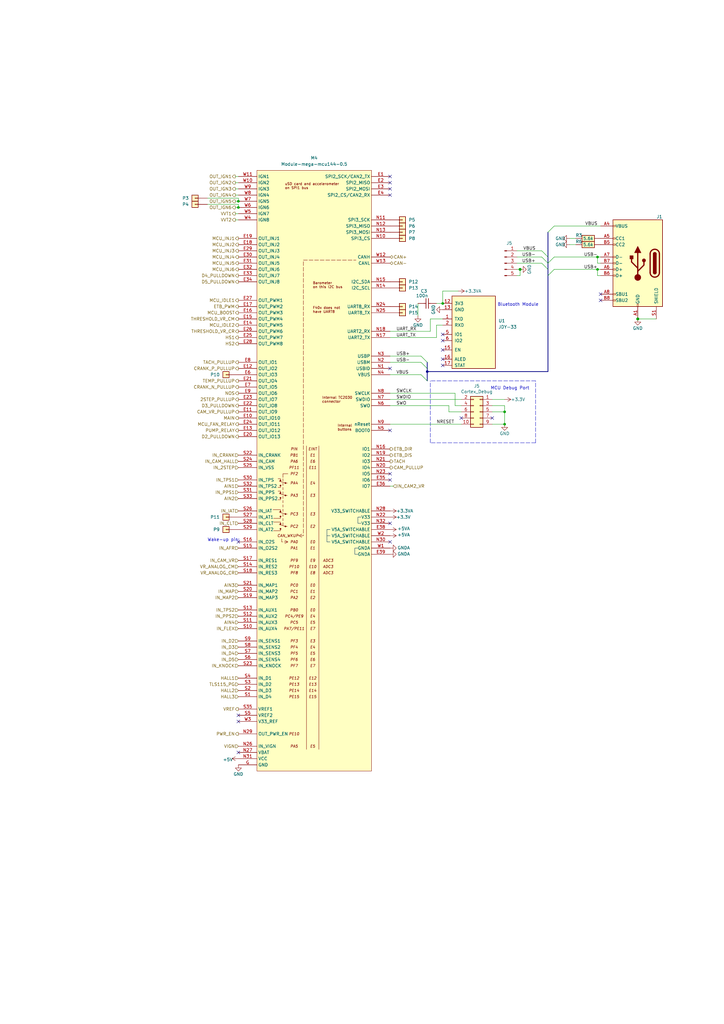
<source format=kicad_sch>
(kicad_sch (version 20230121) (generator eeschema)
  (paper "A3" portrait)
  (lib_symbols
    (symbol "Connector:Conn_01x05_Pin" (pin_names (offset 1.016) hide)
      (property "Reference" "J" (at 0 7.62 0))
      (property "Value" "Conn_01x05_Pin" (at 0 -7.62 0))
      (symbol "Conn_01x05_Pin_1_1"
        (polyline (pts (xy 1.27 -5.08) (xy 0.8636 -5.08)) (stroke (width 0.1524)))
        (polyline (pts (xy 1.27 -2.54) (xy 0.8636 -2.54)) (stroke (width 0.1524)))
        (polyline (pts (xy 1.27 0) (xy 0.8636 0)) (stroke (width 0.1524)))
        (polyline (pts (xy 1.27 2.54) (xy 0.8636 2.54)) (stroke (width 0.1524)))
        (polyline (pts (xy 1.27 5.08) (xy 0.8636 5.08)) (stroke (width 0.1524)))
        (rectangle (start 0.8636 -4.953) (end 0 -5.207) (stroke (width 0.1524)) (fill (type outline)))
        (rectangle (start 0.8636 -2.413) (end 0 -2.667) (stroke (width 0.1524)) (fill (type outline)))
        (rectangle (start 0.8636 0.127) (end 0 -0.127) (stroke (width 0.1524)) (fill (type outline)))
        (rectangle (start 0.8636 2.667) (end 0 2.413) (stroke (width 0.1524)) (fill (type outline)))
        (rectangle (start 0.8636 5.207) (end 0 4.953) (stroke (width 0.1524)) (fill (type outline)))
        (pin passive line (at 5.08 5.08 180) (length 3.81) (name "Pin_1") (number "1"))
        (pin passive line (at 5.08 2.54 180) (length 3.81) (name "Pin_2") (number "2"))
        (pin passive line (at 5.08 0 180) (length 3.81) (name "Pin_3") (number "3"))
        (pin passive line (at 5.08 -2.54 180) (length 3.81) (name "Pin_4") (number "4"))
        (pin passive line (at 5.08 -5.08 180) (length 3.81) (name "Pin_5") (number "5"))
      )
    )
    (symbol "Connector:USB_C_Receptacle_USB2.0" (pin_names (offset 1.016))
      (property "Reference" "J" (at -10.16 19.05 0))
      (property "Value" "USB_C_Receptacle_USB2.0" (at 19.05 19.05 0))
      (symbol "USB_C_Receptacle_USB2.0_0_0"
        (rectangle (start -0.254 -17.78) (end 0.254 -16.764))
        (rectangle (start 10.16 -14.986) (end 9.144 -15.494))
        (rectangle (start 10.16 -12.446) (end 9.144 -12.954))
        (rectangle (start 10.16 -4.826) (end 9.144 -5.334))
        (rectangle (start 10.16 -2.286) (end 9.144 -2.794))
        (rectangle (start 10.16 0.254) (end 9.144 -0.254))
        (rectangle (start 10.16 2.794) (end 9.144 2.286))
        (rectangle (start 10.16 7.874) (end 9.144 7.366))
        (rectangle (start 10.16 10.414) (end 9.144 9.906))
        (rectangle (start 10.16 15.494) (end 9.144 14.986))
      )
      (symbol "USB_C_Receptacle_USB2.0_0_1"
        (rectangle (start -10.16 17.78) (end 10.16 -17.78) (stroke (width 0.254)) (fill (type background)))
        (arc (start -8.89 -3.81) (mid -6.985 -5.7067) (end -5.08 -3.81) (stroke (width 0.508)))
        (arc (start -7.62 -3.81) (mid -6.985 -4.4423) (end -6.35 -3.81) (stroke (width 0.254)))
        (arc (start -7.62 -3.81) (mid -6.985 -4.4423) (end -6.35 -3.81) (stroke (width 0.254)) (fill (type outline)))
        (rectangle (start -7.62 -3.81) (end -6.35 3.81) (stroke (width 0.254)) (fill (type outline)))
        (arc (start -6.35 3.81) (mid -6.985 4.4423) (end -7.62 3.81) (stroke (width 0.254)))
        (arc (start -6.35 3.81) (mid -6.985 4.4423) (end -7.62 3.81) (stroke (width 0.254)) (fill (type outline)))
        (arc (start -5.08 3.81) (mid -6.985 5.7067) (end -8.89 3.81) (stroke (width 0.508)))
        (circle (center -2.54 1.143) (radius 0.635) (stroke (width 0.254)) (fill (type outline)))
        (circle (center 0 -5.842) (radius 1.27) (fill (type outline)))
        (polyline (pts (xy -8.89 -3.81) (xy -8.89 3.81)) (stroke (width 0.508)))
        (polyline (pts (xy -5.08 3.81) (xy -5.08 -3.81)) (stroke (width 0.508)))
        (polyline (pts (xy 0 -5.842) (xy 0 4.318)) (stroke (width 0.508)))
        (polyline (pts (xy 0 -3.302) (xy -2.54 -0.762) (xy -2.54 0.508)) (stroke (width 0.508)))
        (polyline (pts (xy 0 -2.032) (xy 2.54 0.508) (xy 2.54 1.778)) (stroke (width 0.508)))
        (polyline (pts (xy -1.27 4.318) (xy 0 6.858) (xy 1.27 4.318) (xy -1.27 4.318)) (stroke (width 0.254)) (fill (type outline)))
        (rectangle (start 1.905 1.778) (end 3.175 3.048) (stroke (width 0.254)) (fill (type outline)))
      )
      (symbol "USB_C_Receptacle_USB2.0_1_1"
        (pin passive line (at 0 -22.86 90) (length 5.08) (name "GND") (number "A1"))
        (pin passive line (at 0 -22.86 90) (length 5.08) hide (name "GND") (number "A12"))
        (pin passive line (at 15.24 15.24 180) (length 5.08) (name "VBUS") (number "A4"))
        (pin bidirectional line (at 15.24 10.16 180) (length 5.08) (name "CC1") (number "A5"))
        (pin bidirectional line (at 15.24 -2.54 180) (length 5.08) (name "D+") (number "A6"))
        (pin bidirectional line (at 15.24 2.54 180) (length 5.08) (name "D-") (number "A7"))
        (pin bidirectional line (at 15.24 -12.7 180) (length 5.08) (name "SBU1") (number "A8"))
        (pin passive line (at 15.24 15.24 180) (length 5.08) hide (name "VBUS") (number "A9"))
        (pin passive line (at 0 -22.86 90) (length 5.08) hide (name "GND") (number "B1"))
        (pin passive line (at 0 -22.86 90) (length 5.08) hide (name "GND") (number "B12"))
        (pin passive line (at 15.24 15.24 180) (length 5.08) hide (name "VBUS") (number "B4"))
        (pin bidirectional line (at 15.24 7.62 180) (length 5.08) (name "CC2") (number "B5"))
        (pin bidirectional line (at 15.24 -5.08 180) (length 5.08) (name "D+") (number "B6"))
        (pin bidirectional line (at 15.24 0 180) (length 5.08) (name "D-") (number "B7"))
        (pin bidirectional line (at 15.24 -15.24 180) (length 5.08) (name "SBU2") (number "B8"))
        (pin passive line (at 15.24 15.24 180) (length 5.08) hide (name "VBUS") (number "B9"))
        (pin passive line (at -7.62 -22.86 90) (length 5.08) (name "SHIELD") (number "S1"))
      )
    )
    (symbol "Connector_Generic:Conn_02x05_Odd_Even" (pin_names (offset 1.016) hide)
      (property "Reference" "J" (at 1.27 7.62 0))
      (property "Value" "Conn_02x05_Odd_Even" (at 1.27 -7.62 0))
      (symbol "Conn_02x05_Odd_Even_1_1"
        (rectangle (start -1.27 -4.953) (end 0 -5.207) (stroke (width 0.1524)))
        (rectangle (start -1.27 -2.413) (end 0 -2.667) (stroke (width 0.1524)))
        (rectangle (start -1.27 0.127) (end 0 -0.127) (stroke (width 0.1524)))
        (rectangle (start -1.27 2.667) (end 0 2.413) (stroke (width 0.1524)))
        (rectangle (start -1.27 5.207) (end 0 4.953) (stroke (width 0.1524)))
        (rectangle (start -1.27 6.35) (end 3.81 -6.35) (stroke (width 0.254)) (fill (type background)))
        (rectangle (start 3.81 -4.953) (end 2.54 -5.207) (stroke (width 0.1524)))
        (rectangle (start 3.81 -2.413) (end 2.54 -2.667) (stroke (width 0.1524)))
        (rectangle (start 3.81 0.127) (end 2.54 -0.127) (stroke (width 0.1524)))
        (rectangle (start 3.81 2.667) (end 2.54 2.413) (stroke (width 0.1524)))
        (rectangle (start 3.81 5.207) (end 2.54 4.953) (stroke (width 0.1524)))
        (pin passive line (at -5.08 5.08 0) (length 3.81) (name "Pin_1") (number "1"))
        (pin passive line (at 7.62 -5.08 180) (length 3.81) (name "Pin_10") (number "10"))
        (pin passive line (at 7.62 5.08 180) (length 3.81) (name "Pin_2") (number "2"))
        (pin passive line (at -5.08 2.54 0) (length 3.81) (name "Pin_3") (number "3"))
        (pin passive line (at 7.62 2.54 180) (length 3.81) (name "Pin_4") (number "4"))
        (pin passive line (at -5.08 0 0) (length 3.81) (name "Pin_5") (number "5"))
        (pin passive line (at 7.62 0 180) (length 3.81) (name "Pin_6") (number "6"))
        (pin passive line (at -5.08 -2.54 0) (length 3.81) (name "Pin_7") (number "7"))
        (pin passive line (at 7.62 -2.54 180) (length 3.81) (name "Pin_8") (number "8"))
        (pin passive line (at -5.08 -5.08 0) (length 3.81) (name "Pin_9") (number "9"))
      )
    )
    (symbol "JDY-33:JDY-33" (pin_names (offset 1.016))
      (property "Reference" "U18" (at 19.05 1.7781 0))
      (property "Value" "JDY-33" (at 19.05 -0.7619 0))
      (symbol "JDY-33_0_1"
        (rectangle (start 0 11.938) (end 17.78 -17.78) (stroke (width 0.254)) (fill (type background)))
      )
      (symbol "JDY-33_1_1"
        (pin output line (at -3.81 2.54 0) (length 3.81) (name "TXD") (number "1"))
        (pin power_in line (at -3.81 8.89 0) (length 3.81) (name "3V3") (number "12"))
        (pin power_in line (at -3.81 6.35 0) (length 3.81) (name "GND") (number "13"))
        (pin output line (at -3.81 -10.16 0) (length 3.81) (name "EN") (number "15"))
        (pin output line (at -3.81 -13.97 0) (length 3.81) (name "ALED") (number "16"))
        (pin output line (at -3.81 -16.51 0) (length 3.81) (name "STAT") (number "17"))
        (pin input line (at -3.81 0 0) (length 3.81) (name "RXD") (number "2"))
        (pin passive line (at -3.81 -3.81 0) (length 3.81) (name "IO1") (number "5"))
        (pin passive line (at -3.81 -6.35 0) (length 3.81) (name "IO2") (number "6"))
      )
    )
    (symbol "hellen-one-common:Cap" (pin_numbers hide)
      (property "Reference" "C" (at -3.81 2.54 0))
      (property "Value" "Cap" (at -2.54 -1.27 0))
      (symbol "Cap_1_0"
        (polyline (pts (xy -1.27 0) (xy -0.508 0)) (stroke (width 0.254)))
        (polyline (pts (xy -0.508 -2.032) (xy -0.508 2.032)) (stroke (width 0.254)))
        (polyline (pts (xy 0.508 2.032) (xy 0.508 -2.032)) (stroke (width 0.254)))
        (polyline (pts (xy 1.27 0) (xy 0.508 0)) (stroke (width 0.254)))
        (pin passive line (at -3.81 0 0) (length 2.54) (name "") (number "1"))
        (pin passive line (at 3.81 0 180) (length 2.54) (name "") (number "2"))
      )
    )
    (symbol "hellen-one-common:Pad" (pin_numbers hide) (pin_names (offset 1.016) hide)
      (property "Reference" "P" (at 2.54 0 0))
      (symbol "Pad_1_1"
        (rectangle (start -1.27 0.127) (end 0 -0.127) (stroke (width 0.1524)))
        (rectangle (start -1.27 1.27) (end 1.27 -1.27) (stroke (width 0.254)) (fill (type background)))
        (pin passive line (at -5.08 0 0) (length 3.81) (name "Pin_1") (number "1"))
      )
    )
    (symbol "hellen-one-common:Res" (pin_numbers hide)
      (property "Reference" "R" (at 3.81 2.54 0))
      (property "Value" "Res" (at 5.08 -2.54 0))
      (symbol "Res_1_0"
        (rectangle (start 2.54 -1.27) (end 7.62 1.27) (stroke (width 0.254)) (fill (type background)))
        (pin passive line (at 0 0 0) (length 2.54) (name "") (number "1"))
        (pin passive line (at 10.16 0 180) (length 2.54) (name "") (number "2"))
      )
    )
    (symbol "hellen-one-mega-mcu144-0.5:Module-mega-mcu144-0.5"
      (property "Reference" "M1000" (at 7.62 2.54 0))
      (property "Value" "Module-mega-mcu144-0.5" (at 7.62 -246.38 0))
      (symbol "Module-mega-mcu144-0.5_0_1"
        (polyline (pts (xy 16.764 -142.748) (xy 19.304 -143.51)))
        (polyline (pts (xy 16.764 -137.668) (xy 19.304 -138.43)))
        (polyline (pts (xy 16.764 -130.048) (xy 19.304 -130.81)))
        (polyline (pts (xy 16.764 -124.968) (xy 19.304 -125.73)))
        (polyline (pts (xy 18.288 -143.002) (xy 18.288 -141.986)))
        (polyline (pts (xy 18.288 -141.224) (xy 18.288 -140.208)))
        (polyline (pts (xy 18.288 -139.446) (xy 18.288 -138.43)))
        (polyline (pts (xy 18.288 -137.414) (xy 18.288 -136.398)))
        (polyline (pts (xy 18.288 -135.636) (xy 18.288 -134.62)))
        (polyline (pts (xy 18.288 -133.858) (xy 18.288 -132.842)))
        (polyline (pts (xy 18.288 -132.08) (xy 18.288 -131.064)))
        (polyline (pts (xy 18.288 -130.302) (xy 18.288 -129.286)))
        (polyline (pts (xy 18.288 -128.524) (xy 18.288 -127.508)))
        (polyline (pts (xy 18.288 -126.746) (xy 18.288 -125.73)))
        (polyline (pts (xy 18.288 -124.968) (xy 18.288 -123.952)))
        (polyline (pts (xy 18.288 -123.444) (xy 18.288 -121.92)))
        (polyline (pts (xy 18.288 -121.92) (xy 20.32 -121.92)))
        (polyline (pts (xy 19.304 -143.51) (xy 20.066 -143.51)))
        (polyline (pts (xy 19.304 -138.43) (xy 20.066 -138.43)))
        (polyline (pts (xy 19.304 -130.81) (xy 20.066 -130.81)))
        (polyline (pts (xy 19.304 -125.73) (xy 20.066 -125.73)))
        (polyline (pts (xy 17.272 -144.526) (xy 17.272 -145.288) (xy 14.478 -145.288)))
        (polyline (pts (xy 17.272 -142.494) (xy 17.272 -141.732) (xy 14.478 -141.732)))
        (polyline (pts (xy 17.272 -139.446) (xy 17.272 -140.208) (xy 14.478 -140.208)))
        (polyline (pts (xy 17.272 -137.414) (xy 17.272 -136.652) (xy 14.224 -136.652)))
        (polyline (pts (xy 17.272 -131.826) (xy 17.272 -132.588) (xy 16.256 -132.588)))
        (polyline (pts (xy 17.272 -129.794) (xy 17.272 -129.032) (xy 16.256 -129.032)))
        (polyline (pts (xy 17.272 -126.746) (xy 17.272 -127.508) (xy 16.256 -127.508)))
        (polyline (pts (xy 17.272 -124.714) (xy 17.272 -123.952) (xy 16.256 -123.952)))
        (circle (center 17.272 -144.526) (radius 0.254) (fill (type outline)))
        (circle (center 17.272 -142.494) (radius 0.254) (fill (type outline)))
        (circle (center 17.272 -139.446) (radius 0.254) (fill (type outline)))
        (circle (center 17.272 -137.414) (radius 0.254) (fill (type outline)))
        (circle (center 17.272 -131.826) (radius 0.254) (fill (type outline)))
        (circle (center 17.272 -129.794) (radius 0.254) (fill (type outline)))
        (circle (center 17.272 -126.746) (radius 0.254) (fill (type outline)))
        (circle (center 17.272 -124.714) (radius 0.254) (fill (type outline)))
        (circle (center 19.304 -143.51) (radius 0.254) (fill (type outline)))
        (circle (center 19.304 -138.43) (radius 0.254) (fill (type outline)))
        (circle (center 19.304 -130.81) (radius 0.254) (fill (type outline)))
        (circle (center 19.304 -125.73) (radius 0.254) (fill (type outline)))
      )
      (symbol "Module-mega-mcu144-0.5_1_0"
        (polyline (pts (xy 20.32 -149.86) (xy 19.05 -150.495)))
        (polyline (pts (xy 20.32 -149.86) (xy 19.05 -149.225)))
        (polyline (pts (xy 24.765 -147.32) (xy 26.035 -147.955)))
        (polyline (pts (xy 24.765 -147.32) (xy 26.035 -146.685)))
        (polyline (pts (xy 27.94 -110.49) (xy 27.94 -234.95)))
        (polyline (pts (xy 33.02 -110.49) (xy 33.02 -234.95)))
        (polyline (pts (xy 17.78 -148.59) (xy 17.78 -149.86) (xy 20.32 -149.86)) (stroke (width 0) (type dash)))
        (polyline (pts (xy 36.322 -147.32) (xy 37.592 -147.32) (xy 37.592 -147.32) (xy 37.592 -147.32)) (stroke (width 0) (color 7 55 99 1)))
        (polyline (pts (xy 37.592 -144.78) (xy 36.322 -144.78) (xy 36.322 -149.86) (xy 37.592 -149.86)) (stroke (width 0) (color 7 55 99 1)))
        (polyline (pts (xy 49.022 -152.4) (xy 47.752 -152.4) (xy 47.752 -154.94) (xy 49.022 -154.94)) (stroke (width 0) (color 7 55 99 1)))
        (polyline (pts (xy 50.292 -139.7) (xy 49.022 -139.7) (xy 49.022 -142.24) (xy 50.292 -142.24)) (stroke (width 0) (color 7 55 99 1)))
        (polyline (pts (xy 25.4 -147.32) (xy 26.67 -147.32) (xy 26.67 -124.46) (xy 26.67 -34.29) (xy 48.26 -34.29)) (stroke (width 0) (type dash)))
        (rectangle (start 7.62 2.54) (end 54.61 -243.84) (fill (type background)))
        (text "ADC3" (at 36.83 -162.56 0) (effects (font (size 1.1 1.1) italic)))
        (text "ADC3" (at 36.83 -160.02 0) (effects (font (size 1.1 1.1) italic)))
        (text "ADC3" (at 36.83 -157.48 0) (effects (font (size 1.1 1.1) italic)))
        (text "Barometer\non this I2C bus" (at 30.48 -44.45 0) (effects (font (size 1.016 1.016)) (justify left)))
        (text "CAN_WKUP" (at 20.32 -147.32 0) (effects (font (size 1.1 1.1) italic)))
        (text "E0" (at 30.48 -177.8 0) (effects (font (size 1.1 1.1) italic)))
        (text "E0" (at 30.48 -167.64 0) (effects (font (size 1.1 1.1) italic)))
        (text "E0" (at 30.48 -149.86 0) (effects (font (size 1.1 1.1) italic)))
        (text "E1" (at 30.48 -170.18 0) (effects (font (size 1.1 1.1) italic)))
        (text "E1" (at 30.48 -152.4 0) (effects (font (size 1.1 1.1) italic)))
        (text "E1" (at 30.48 -114.3 0) (effects (font (size 1.1 1.1) italic)))
        (text "E10" (at 30.48 -160.02 0) (effects (font (size 1.1 1.1) italic)))
        (text "E11" (at 30.48 -119.38 0) (effects (font (size 1.1 1.1) italic)))
        (text "E12" (at 30.48 -205.74 0) (effects (font (size 1.1 1.1) italic)))
        (text "E13" (at 30.48 -208.28 0) (effects (font (size 1.1 1.1) italic)))
        (text "E14" (at 30.48 -210.82 0) (effects (font (size 1.1 1.1) italic)))
        (text "E15" (at 30.48 -213.36 0) (effects (font (size 1.1 1.1) italic)))
        (text "E2" (at 30.48 -172.72 0) (effects (font (size 1.1 1.1) italic)))
        (text "E2" (at 30.48 -143.51 0) (effects (font (size 1.1 1.1) italic)))
        (text "E3" (at 30.48 -190.5 0) (effects (font (size 1.1 1.1) italic)))
        (text "E3" (at 30.48 -138.43 0) (effects (font (size 1.1 1.1) italic)))
        (text "E3" (at 30.48 -130.81 0) (effects (font (size 1.1 1.1) italic)))
        (text "E4" (at 30.48 -193.04 0) (effects (font (size 1.1 1.1) italic)))
        (text "E4" (at 30.48 -180.34 0) (effects (font (size 1.1 1.1) italic)))
        (text "E4" (at 30.48 -125.73 0) (effects (font (size 1.1 1.1) italic)))
        (text "E5" (at 30.48 -233.68 0) (effects (font (size 1.1 1.1) italic)))
        (text "E5" (at 30.48 -195.58 0) (effects (font (size 1.1 1.1) italic)))
        (text "E5" (at 30.48 -182.88 0) (effects (font (size 1.1 1.1) italic)))
        (text "E6" (at 30.48 -198.12 0) (effects (font (size 1.1 1.1) italic)))
        (text "E6" (at 30.48 -116.84 0) (effects (font (size 1.1 1.1) italic)))
        (text "E7" (at 30.48 -200.66 0) (effects (font (size 1.1 1.1) italic)))
        (text "E7" (at 30.48 -185.42 0) (effects (font (size 1.1 1.1) italic)))
        (text "E8" (at 30.48 -162.56 0) (effects (font (size 1.1 1.1) italic)))
        (text "E9" (at 30.48 -157.48 0) (effects (font (size 1.1 1.1) italic)))
        (text "EINT" (at 30.48 -111.76 0) (effects (font (size 1.1 1.1) italic)))
        (text "F40x does not\nhave UART8" (at 30.48 -54.61 0) (effects (font (size 1.016 1.016)) (justify left)))
        (text "Internal\nbuttons" (at 40.64 -102.87 0) (effects (font (size 1.016 1.016)) (justify left)))
        (text "Internal TC2030\nconnector" (at 34.29 -91.44 0) (effects (font (size 1.016 1.016)) (justify left)))
        (text "PA0" (at 22.86 -149.86 0) (effects (font (size 1.1 1.1) italic)))
        (text "PA1" (at 22.86 -152.4 0) (effects (font (size 1.1 1.1) italic)))
        (text "PA2" (at 22.86 -172.72 0) (effects (font (size 1.1 1.1) italic)))
        (text "PA3" (at 22.86 -130.81 0) (effects (font (size 1.1 1.1) italic)))
        (text "PA4" (at 22.86 -125.73 0) (effects (font (size 1.1 1.1) italic)))
        (text "PA5" (at 22.86 -233.68 0) (effects (font (size 1.1 1.1) italic)))
        (text "PA6" (at 22.86 -116.84 0) (effects (font (size 1.1 1.1) italic)))
        (text "PA7/PE11" (at 22.86 -185.42 0) (effects (font (size 1.1 1.1) italic)))
        (text "PB0" (at 22.86 -177.8 0) (effects (font (size 1.1 1.1) italic)))
        (text "PB1" (at 22.86 -114.3 0) (effects (font (size 1.1 1.1) italic)))
        (text "PC0" (at 22.86 -167.64 0) (effects (font (size 1.1 1.1) italic)))
        (text "PC1" (at 22.86 -170.18 0) (effects (font (size 1.1 1.1) italic)))
        (text "PC2" (at 22.86 -143.51 0) (effects (font (size 1.1 1.1) italic)))
        (text "PC3" (at 22.86 -138.43 0) (effects (font (size 1.1 1.1) italic)))
        (text "PC4/PE9" (at 22.86 -180.34 0) (effects (font (size 1.1 1.1) italic)))
        (text "PC5" (at 22.86 -182.88 0) (effects (font (size 1.1 1.1) italic)))
        (text "PE10" (at 22.86 -228.6 0) (effects (font (size 1.1 1.1) italic)))
        (text "PE12" (at 22.86 -205.74 0) (effects (font (size 1.1 1.1) italic)))
        (text "PE13" (at 22.86 -208.28 0) (effects (font (size 1.1 1.1) italic)))
        (text "PE14" (at 22.86 -210.82 0) (effects (font (size 1.1 1.1) italic)))
        (text "PE15" (at 22.86 -213.36 0) (effects (font (size 1.1 1.1) italic)))
        (text "PF10" (at 22.86 -160.02 0) (effects (font (size 1.1 1.1) italic)))
        (text "PF11" (at 22.86 -119.38 0) (effects (font (size 1.1 1.1) italic)))
        (text "PF2" (at 22.86 -121.92 0) (effects (font (size 1.1 1.1) italic)))
        (text "PF3" (at 22.86 -190.5 0) (effects (font (size 1.1 1.1) italic)))
        (text "PF4" (at 22.86 -193.04 0) (effects (font (size 1.1 1.1) italic)))
        (text "PF5" (at 22.86 -195.58 0) (effects (font (size 1.1 1.1) italic)))
        (text "PF6" (at 22.86 -198.12 0) (effects (font (size 1.1 1.1) italic)))
        (text "PF7" (at 22.86 -200.66 0) (effects (font (size 1.1 1.1) italic)))
        (text "PF8" (at 22.86 -162.56 0) (effects (font (size 1.1 1.1) italic)))
        (text "PF9" (at 22.86 -157.48 0) (effects (font (size 1.1 1.1) italic)))
        (text "PIN" (at 22.86 -111.76 0) (effects (font (size 1.1 1.1) italic)))
        (text "uSD card and accelerometer \non SPI1 bus" (at 19.05 -3.81 0) (effects (font (size 1.016 1.016)) (justify left)))
        (pin passive line (at 62.23 0 180) (length 7.62) (name "SPI2_SCK/CAN2_TX") (number "E1"))
        (pin passive line (at 0 -99.06 0) (length 7.62) (name "OUT_IO10") (number "E10"))
        (pin passive line (at 0 -96.52 0) (length 7.62) (name "OUT_IO9") (number "E11"))
        (pin passive line (at 0 -78.74 0) (length 7.62) (name "OUT_IO2") (number "E12"))
        (pin passive line (at 0 -104.14 0) (length 7.62) (name "OUT_IO12") (number "E13"))
        (pin passive line (at 0 -60.96 0) (length 7.62) (name "OUT_PWM5") (number "E14"))
        (pin passive line (at 0 -58.42 0) (length 7.62) (name "OUT_PWM4") (number "E15"))
        (pin passive line (at 0 -55.88 0) (length 7.62) (name "OUT_PWM3") (number "E16"))
        (pin passive line (at 0 -53.34 0) (length 7.62) (name "OUT_PWM2") (number "E17"))
        (pin passive line (at 0 -27.94 0) (length 7.62) (name "OUT_INJ2") (number "E18"))
        (pin passive line (at 0 -25.4 0) (length 7.62) (name "OUT_INJ1") (number "E19"))
        (pin passive line (at 62.23 -2.54 180) (length 7.62) (name "SPI2_MISO") (number "E2"))
        (pin passive line (at 0 -106.68 0) (length 7.62) (name "OUT_IO13") (number "E20"))
        (pin passive line (at 0 -83.82 0) (length 7.62) (name "OUT_IO4") (number "E21"))
        (pin passive line (at 0 -93.98 0) (length 7.62) (name "OUT_IO8") (number "E22"))
        (pin passive line (at 0 -91.44 0) (length 7.62) (name "OUT_IO7") (number "E23"))
        (pin passive line (at 0 -101.6 0) (length 7.62) (name "OUT_IO11") (number "E24"))
        (pin passive line (at 0 -66.04 0) (length 7.62) (name "OUT_PWM7") (number "E25"))
        (pin passive line (at 0 -63.5 0) (length 7.62) (name "OUT_PWM6") (number "E26"))
        (pin passive line (at 0 -50.8 0) (length 7.62) (name "OUT_PWM1") (number "E27"))
        (pin passive line (at 0 -68.58 0) (length 7.62) (name "OUT_PWM8") (number "E28"))
        (pin passive line (at 0 -30.48 0) (length 7.62) (name "OUT_INJ3") (number "E29"))
        (pin passive line (at 62.23 -5.08 180) (length 7.62) (name "SPI2_MOSI") (number "E3"))
        (pin passive line (at 0 -33.02 0) (length 7.62) (name "OUT_INJ4") (number "E30"))
        (pin passive line (at 0 -35.56 0) (length 7.62) (name "OUT_INJ5") (number "E31"))
        (pin passive line (at 0 -38.1 0) (length 7.62) (name "OUT_INJ6") (number "E32"))
        (pin passive line (at 0 -40.64 0) (length 7.62) (name "OUT_INJ7") (number "E33"))
        (pin passive line (at 0 -43.18 0) (length 7.62) (name "OUT_INJ8") (number "E34"))
        (pin passive line (at 62.23 -124.46 180) (length 7.62) (name "IO6") (number "E35"))
        (pin passive line (at 62.23 -127 180) (length 7.62) (name "IO7") (number "E36"))
        (pin passive line (at 62.23 -144.78 180) (length 7.62) (name "V5A_SWITCHABLE") (number "E38"))
        (pin passive line (at 62.23 -154.94 180) (length 7.62) (name "GNDA") (number "E39"))
        (pin passive line (at 62.23 -7.62 180) (length 7.62) (name "SPI2_CS/CAN2_RX") (number "E4"))
        (pin passive line (at 0 -81.28 0) (length 7.62) (name "OUT_IO3") (number "E6"))
        (pin passive line (at 0 -86.36 0) (length 7.62) (name "OUT_IO5") (number "E7"))
        (pin passive line (at 0 -76.2 0) (length 7.62) (name "OUT_IO1") (number "E8"))
        (pin passive line (at 0 -88.9 0) (length 7.62) (name "OUT_IO6") (number "E9"))
        (pin passive line (at 0 -241.3 0) (length 7.62) (name "GND") (number "G"))
        (pin passive line (at 62.23 -78.74 180) (length 7.62) (name "USBID") (number "N1"))
        (pin passive line (at 62.23 -25.4 180) (length 7.62) (name "SPI3_CS") (number "N10"))
        (pin passive line (at 62.23 -17.78 180) (length 7.62) (name "SPI3_SCK") (number "N11"))
        (pin passive line (at 62.23 -20.32 180) (length 7.62) (name "SPI3_MISO") (number "N12"))
        (pin passive line (at 62.23 -22.86 180) (length 7.62) (name "SPI3_MOSI") (number "N13"))
        (pin passive line (at 62.23 -45.72 180) (length 7.62) (name "I2C_SCL") (number "N14"))
        (pin passive line (at 62.23 -43.18 180) (length 7.62) (name "I2C_SDA") (number "N15"))
        (pin passive line (at 62.23 -111.76 180) (length 7.62) (name "IO1") (number "N16"))
        (pin passive line (at 62.23 -66.04 180) (length 7.62) (name "UART2_TX") (number "N17"))
        (pin passive line (at 62.23 -63.5 180) (length 7.62) (name "UART2_RX") (number "N18"))
        (pin passive line (at 62.23 -114.3 180) (length 7.62) (name "IO2") (number "N19"))
        (pin passive line (at 62.23 -76.2 180) (length 7.62) (name "USBM") (number "N2"))
        (pin passive line (at 62.23 -119.38 180) (length 7.62) (name "IO4") (number "N20"))
        (pin passive line (at 62.23 -116.84 180) (length 7.62) (name "IO3") (number "N21"))
        (pin passive line (at 62.23 -139.7 180) (length 7.62) (name "V33") (number "N22"))
        (pin passive line (at 62.23 -121.92 180) (length 7.62) (name "IO5") (number "N23"))
        (pin passive line (at 62.23 -53.34 180) (length 7.62) (name "UART8_RX") (number "N24"))
        (pin passive line (at 62.23 -55.88 180) (length 7.62) (name "UART8_TX") (number "N25"))
        (pin passive line (at 0 -233.68 0) (length 7.62) (name "IN_VIGN") (number "N26"))
        (pin passive line (at 0 -236.22 0) (length 7.62) (name "VBAT") (number "N27"))
        (pin passive line (at 62.23 -137.16 180) (length 7.62) (name "V33_SWITCHABLE") (number "N28"))
        (pin passive line (at 0 -228.6 0) (length 7.62) (name "OUT_PWR_EN") (number "N29"))
        (pin passive line (at 62.23 -73.66 180) (length 7.62) (name "USBP") (number "N3"))
        (pin passive line (at 62.23 -149.86 180) (length 7.62) (name "V5A_SWITCHABLE") (number "N30"))
        (pin passive line (at 0 -238.76 0) (length 7.62) (name "VCC") (number "N31"))
        (pin passive line (at 62.23 -142.24 180) (length 7.62) (name "V33") (number "N32"))
        (pin passive line (at 62.23 -81.28 180) (length 7.62) (name "VBUS") (number "N4"))
        (pin passive line (at 62.23 -104.14 180) (length 7.62) (name "BOOT0") (number "N5"))
        (pin passive line (at 62.23 -93.98 180) (length 7.62) (name "SWO") (number "N6"))
        (pin passive line (at 62.23 -91.44 180) (length 7.62) (name "SWDIO") (number "N7"))
        (pin passive line (at 62.23 -88.9 180) (length 7.62) (name "SWCLK") (number "N8"))
        (pin passive line (at 62.23 -101.6 180) (length 7.62) (name "nReset") (number "N9"))
        (pin passive line (at 0 -213.36 0) (length 7.62) (name "IN_D4") (number "S1"))
        (pin passive line (at 0 -185.42 0) (length 7.62) (name "IN_AUX4") (number "S10"))
        (pin passive line (at 0 -182.88 0) (length 7.62) (name "IN_AUX3") (number "S11"))
        (pin passive line (at 0 -180.34 0) (length 7.62) (name "IN_AUX2") (number "S12"))
        (pin passive line (at 0 -177.8 0) (length 7.62) (name "IN_AUX1") (number "S13"))
        (pin passive line (at 0 -160.02 0) (length 7.62) (name "IN_RES2") (number "S14"))
        (pin passive line (at 0 -152.4 0) (length 7.62) (name "IN_O2S2") (number "S15"))
        (pin passive line (at 0 -149.86 0) (length 7.62) (name "IN_O2S") (number "S16"))
        (pin passive line (at 0 -157.48 0) (length 7.62) (name "IN_RES1") (number "S17"))
        (pin passive line (at 0 -162.56 0) (length 7.62) (name "IN_RES3") (number "S18"))
        (pin passive line (at 0 -172.72 0) (length 7.62) (name "IN_MAP3") (number "S19"))
        (pin passive line (at 0 -210.82 0) (length 7.62) (name "IN_D3") (number "S2"))
        (pin passive line (at 0 -170.18 0) (length 7.62) (name "IN_MAP2") (number "S20"))
        (pin passive line (at 0 -167.64 0) (length 7.62) (name "IN_MAP1") (number "S21"))
        (pin passive line (at 0 -114.3 0) (length 7.62) (name "IN_CRANK") (number "S22"))
        (pin passive line (at 0 -200.66 0) (length 7.62) (name "IN_KNOCK") (number "S23"))
        (pin passive line (at 0 -116.84 0) (length 7.62) (name "IN_CAM") (number "S24"))
        (pin passive line (at 0 -119.38 0) (length 7.62) (name "IN_VSS") (number "S25"))
        (pin passive line (at 0 -137.16 0) (length 7.62) (name "IN_IAT") (number "S26"))
        (pin passive line (at 0 -139.7 0) (length 7.62) (name "IN_AT1") (number "S27"))
        (pin passive line (at 0 -142.24 0) (length 7.62) (name "IN_CLT") (number "S28"))
        (pin passive line (at 0 -144.78 0) (length 7.62) (name "IN_AT2") (number "S29"))
        (pin passive line (at 0 -208.28 0) (length 7.62) (name "IN_D2") (number "S3"))
        (pin passive line (at 0 -124.46 0) (length 7.62) (name "IN_TPS") (number "S30"))
        (pin passive line (at 0 -129.54 0) (length 7.62) (name "IN_PPS") (number "S31"))
        (pin passive line (at 0 -127 0) (length 7.62) (name "IN_TPS2") (number "S32"))
        (pin passive line (at 0 -132.08 0) (length 7.62) (name "IN_PPS2") (number "S33"))
        (pin passive line (at 0 -218.44 0) (length 7.62) (name "VREF1") (number "S35"))
        (pin passive line (at 0 -205.74 0) (length 7.62) (name "IN_D1") (number "S4"))
        (pin passive line (at 0 -220.98 0) (length 7.62) (name "VREF2") (number "S5"))
        (pin passive line (at 0 -198.12 0) (length 7.62) (name "IN_SENS4") (number "S6"))
        (pin passive line (at 0 -195.58 0) (length 7.62) (name "IN_SENS3") (number "S7"))
        (pin passive line (at 0 -193.04 0) (length 7.62) (name "IN_SENS2") (number "S8"))
        (pin passive line (at 0 -190.5 0) (length 7.62) (name "IN_SENS1") (number "S9"))
        (pin passive line (at 62.23 -152.4 180) (length 7.62) (name "GNDA") (number "W1"))
        (pin passive line (at 0 -2.54 0) (length 7.62) (name "IGN2") (number "W10"))
        (pin passive line (at 0 0 0) (length 7.62) (name "IGN1") (number "W11"))
        (pin passive line (at 62.23 -33.02 180) (length 7.62) (name "CANH") (number "W12"))
        (pin passive line (at 62.23 -35.56 180) (length 7.62) (name "CANL") (number "W13"))
        (pin passive line (at 62.23 -147.32 180) (length 7.62) (name "V5A_SWITCHABLE") (number "W2"))
        (pin passive line (at 0 -223.52 0) (length 7.62) (name "V33_REF") (number "W3"))
        (pin passive line (at 0 -17.78 0) (length 7.62) (name "IGN8") (number "W4"))
        (pin passive line (at 0 -15.24 0) (length 7.62) (name "IGN7") (number "W5"))
        (pin passive line (at 0 -12.7 0) (length 7.62) (name "IGN6") (number "W6"))
        (pin passive line (at 0 -10.16 0) (length 7.62) (name "IGN5") (number "W7"))
        (pin passive line (at 0 -7.62 0) (length 7.62) (name "IGN4") (number "W8"))
        (pin passive line (at 0 -5.08 0) (length 7.62) (name "IGN3") (number "W9"))
      )
    )
    (symbol "power:+3.3V" (power) (pin_names (offset 0))
      (property "Value" "+3.3V" (at 0 3.556 0))
      (symbol "+3.3V_0_1"
        (polyline (pts (xy -0.762 1.27) (xy 0 2.54)))
        (polyline (pts (xy 0 0) (xy 0 2.54)))
        (polyline (pts (xy 0 2.54) (xy 0.762 1.27)))
      )
      (symbol "+3.3V_1_1"
        (pin power_in line (at 0 0 90) (length 0) hide (name "+3.3V") (number "1"))
      )
    )
    (symbol "power:+3.3VA" (power) (pin_names (offset 0))
      (property "Value" "+3.3VA" (at 0 3.556 0))
      (symbol "+3.3VA_0_1"
        (polyline (pts (xy -0.762 1.27) (xy 0 2.54)))
        (polyline (pts (xy 0 0) (xy 0 2.54)))
        (polyline (pts (xy 0 2.54) (xy 0.762 1.27)))
      )
      (symbol "+3.3VA_1_1"
        (pin power_in line (at 0 0 90) (length 0) hide (name "+3.3VA") (number "1"))
      )
    )
    (symbol "power:+5V" (power) (pin_names (offset 0))
      (property "Value" "+5V" (at 0 3.556 0))
      (symbol "+5V_0_1"
        (polyline (pts (xy -0.762 1.27) (xy 0 2.54)))
        (polyline (pts (xy 0 0) (xy 0 2.54)))
        (polyline (pts (xy 0 2.54) (xy 0.762 1.27)))
      )
      (symbol "+5V_1_1"
        (pin power_in line (at 0 0 90) (length 0) hide (name "+5V") (number "1"))
      )
    )
    (symbol "power:+5VA" (power) (pin_names (offset 0))
      (property "Value" "+5VA" (at 0 3.556 0))
      (symbol "+5VA_0_1"
        (polyline (pts (xy -0.762 1.27) (xy 0 2.54)))
        (polyline (pts (xy 0 0) (xy 0 2.54)))
        (polyline (pts (xy 0 2.54) (xy 0.762 1.27)))
      )
      (symbol "+5VA_1_1"
        (pin power_in line (at 0 0 90) (length 0) hide (name "+5VA") (number "1"))
      )
    )
    (symbol "power:GND" (power) (pin_names (offset 0))
      (property "Value" "GND" (at 0 -3.81 0))
      (symbol "GND_0_1"
        (polyline (pts (xy 0 0) (xy 0 -1.27) (xy 1.27 -1.27) (xy 0 -2.54) (xy -1.27 -1.27) (xy 0 -1.27)))
      )
      (symbol "GND_1_1"
        (pin power_in line (at 0 0 270) (length 0) hide (name "GND") (number "1"))
      )
    )
    (symbol "power:GNDA" (power) (pin_names (offset 0))
      (property "Value" "GNDA" (at 0 -3.81 0))
      (symbol "GNDA_0_1"
        (polyline (pts (xy 0 0) (xy 0 -1.27) (xy 1.27 -1.27) (xy 0 -2.54) (xy -1.27 -1.27) (xy 0 -1.27)))
      )
      (symbol "GNDA_1_1"
        (pin power_in line (at 0 0 270) (length 0) hide (name "GNDA") (number "1"))
      )
    )
  )
  (junction (at 207.01 173.99))
  (junction (at 175.26 152.4))
  (junction (at 261.62 130.81) (diameter 1.016))
  (junction (at 97.79 85.09))
  (junction (at 245.11 110.49))
  (junction (at 213.36 110.49) (diameter 1.016))
  (junction (at 245.11 105.41))
  (junction (at 97.79 82.55))
  (junction (at 207.01 168.91))
  (junction (at 181.61 124.46))
  (no_connect (at 97.79 222.25))
  (no_connect (at 160.02 80.01))
  (no_connect (at 246.38 123.19))
  (no_connect (at 160.02 74.93))
  (no_connect (at 160.02 151.13))
  (no_connect (at 160.02 222.25))
  (no_connect (at 160.02 72.39))
  (no_connect (at 160.02 214.63))
  (no_connect (at 160.02 77.47))
  (no_connect (at 181.61 147.32))
  (no_connect (at 181.61 149.86))
  (no_connect (at 189.23 171.45))
  (no_connect (at 181.61 137.16))
  (no_connect (at 201.93 171.45))
  (no_connect (at 181.61 139.7))
  (no_connect (at 181.61 143.51))
  (no_connect (at 160.02 176.53))
  (no_connect (at 97.79 293.37))
  (no_connect (at 160.02 194.31))
  (no_connect (at 97.79 308.61))
  (no_connect (at 97.79 295.91))
  (no_connect (at 160.02 196.85))
  (no_connect (at 246.38 120.65))
  (bus_entry (at 222.25 105.41) (size 2.54 2.54))
  (bus_entry (at 227.33 110.49) (size -2.54 2.54) (stroke (width 0.1524)))
  (bus_entry (at 222.25 107.95) (size 2.54 2.54))
  (bus_entry (at 172.72 148.59) (size 2.54 2.54) (stroke (width 0.1524)))
  (bus_entry (at 222.25 102.87) (size 2.54 2.54))
  (bus_entry (at 172.72 153.67) (size 2.54 2.54) (stroke (width 0.1524)))
  (bus_entry (at 227.33 105.41) (size -2.54 2.54) (stroke (width 0.1524)))
  (bus_entry (at 172.72 146.05) (size 2.54 2.54) (stroke (width 0.1524)))
  (bus_entry (at 227.33 92.71) (size -2.54 2.54) (stroke (width 0.1524)))
  (bus (pts (xy 224.79 105.41) (xy 224.79 107.95)))
  (wire (pts (xy 181.61 119.38) (xy 181.61 124.46)))
  (bus (pts (xy 175.26 151.13) (xy 175.26 152.4)))
  (wire (pts (xy 176.53 135.89) (xy 176.53 130.81)))
  (wire (pts (xy 96.52 77.47) (xy 97.79 77.47)))
  (wire (pts (xy 96.52 87.63) (xy 97.79 87.63)))
  (wire (pts (xy 233.68 100.33) (xy 236.22 100.33)))
  (wire (pts (xy 179.07 124.46) (xy 181.61 124.46)))
  (wire (pts (xy 213.36 113.03) (xy 213.36 110.49)))
  (wire (pts (xy 160.02 138.43) (xy 179.07 138.43)))
  (wire (pts (xy 160.02 161.29) (xy 186.69 161.29)))
  (wire (pts (xy 160.02 163.83) (xy 189.23 163.83)))
  (wire (pts (xy 96.52 82.55) (xy 97.79 82.55)))
  (wire (pts (xy 246.38 110.49) (xy 245.11 110.49)))
  (wire (pts (xy 96.52 90.17) (xy 97.79 90.17)))
  (wire (pts (xy 233.68 97.79) (xy 236.22 97.79)))
  (wire (pts (xy 160.02 146.05) (xy 172.72 146.05)))
  (wire (pts (xy 189.23 166.37) (xy 186.69 166.37)))
  (wire (pts (xy 160.02 153.67) (xy 172.72 153.67)))
  (wire (pts (xy 160.02 135.89) (xy 176.53 135.89)))
  (wire (pts (xy 207.01 168.91) (xy 207.01 173.99)))
  (wire (pts (xy 96.52 72.39) (xy 97.79 72.39)))
  (wire (pts (xy 160.02 166.37) (xy 184.15 166.37)))
  (wire (pts (xy 189.23 168.91) (xy 184.15 168.91)))
  (bus (pts (xy 175.26 152.4) (xy 175.26 156.21)))
  (wire (pts (xy 245.11 107.95) (xy 245.11 105.41)))
  (wire (pts (xy 207.01 163.83) (xy 201.93 163.83)))
  (wire (pts (xy 222.25 107.95) (xy 212.09 107.95)))
  (wire (pts (xy 207.01 173.99) (xy 201.93 173.99)))
  (polyline (pts (xy 176.53 181.61) (xy 176.53 156.21)) (stroke (width 0) (type dash)))
  (wire (pts (xy 96.52 85.09) (xy 97.79 85.09)))
  (wire (pts (xy 201.93 166.37) (xy 207.01 166.37)))
  (wire (pts (xy 245.11 113.03) (xy 245.11 110.49)))
  (wire (pts (xy 181.61 130.81) (xy 176.53 130.81)))
  (bus (pts (xy 224.79 113.03) (xy 224.79 152.4)))
  (polyline (pts (xy 219.71 156.21) (xy 176.53 156.21)) (stroke (width 0) (type dash)))
  (wire (pts (xy 171.45 129.54) (xy 171.45 124.46)))
  (wire (pts (xy 212.09 113.03) (xy 213.36 113.03)))
  (wire (pts (xy 245.11 110.49) (xy 227.33 110.49)))
  (wire (pts (xy 179.07 138.43) (xy 179.07 133.35)))
  (wire (pts (xy 160.02 148.59) (xy 172.72 148.59)))
  (wire (pts (xy 96.52 74.93) (xy 97.79 74.93)))
  (wire (pts (xy 96.52 80.01) (xy 97.79 80.01)))
  (wire (pts (xy 85.09 83.82) (xy 97.79 83.82)))
  (wire (pts (xy 160.02 173.99) (xy 189.23 173.99)))
  (wire (pts (xy 222.25 105.41) (xy 212.09 105.41)))
  (wire (pts (xy 269.24 130.81) (xy 261.62 130.81)))
  (bus (pts (xy 224.79 95.25) (xy 224.79 105.41)))
  (wire (pts (xy 184.15 168.91) (xy 184.15 166.37)))
  (bus (pts (xy 175.26 152.4) (xy 224.79 152.4)))
  (wire (pts (xy 207.01 166.37) (xy 207.01 168.91)))
  (polyline (pts (xy 219.71 181.61) (xy 219.71 156.21)) (stroke (width 0) (type dash)))
  (wire (pts (xy 97.79 81.28) (xy 97.79 82.55)))
  (wire (pts (xy 246.38 113.03) (xy 245.11 113.03)))
  (wire (pts (xy 85.09 81.28) (xy 97.79 81.28)))
  (wire (pts (xy 227.33 92.71) (xy 246.38 92.71)))
  (wire (pts (xy 186.69 166.37) (xy 186.69 161.29)))
  (wire (pts (xy 213.36 110.49) (xy 212.09 110.49)))
  (wire (pts (xy 97.79 83.82) (xy 97.79 85.09)))
  (wire (pts (xy 222.25 102.87) (xy 212.09 102.87)))
  (bus (pts (xy 224.79 107.95) (xy 224.79 110.49)))
  (bus (pts (xy 224.79 110.49) (xy 224.79 113.03)))
  (wire (pts (xy 181.61 119.38) (xy 187.96 119.38)))
  (wire (pts (xy 246.38 105.41) (xy 245.11 105.41)))
  (wire (pts (xy 246.38 107.95) (xy 245.11 107.95)))
  (polyline (pts (xy 219.71 181.61) (xy 176.53 181.61)) (stroke (width 0) (type dash)))
  (wire (pts (xy 161.29 199.39) (xy 160.02 199.39)))
  (wire (pts (xy 245.11 105.41) (xy 227.33 105.41)))
  (bus (pts (xy 175.26 148.59) (xy 175.26 151.13)))
  (wire (pts (xy 201.93 168.91) (xy 207.01 168.91)))
  (wire (pts (xy 179.07 133.35) (xy 181.61 133.35)))
  (text "Bluetooth Module" (at 220.98 125.73 0) (effects (font (size 1.27 1.27)) (justify right bottom)))
  (text "MCU Debug Port" (at 217.17 160.02 0) (effects (font (size 1.27 1.27)) (justify right bottom)))
  (text "Wake-up pin:" (at 85.09 222.25 0) (effects (font (size 1.27 1.27)) (justify left bottom)))
  (label "USB-" (at 162.56 148.59 0))
  (label "SWDIO" (at 162.56 163.83 0))
  (label "VBUS" (at 214.63 102.87 0))
  (label "USB+" (at 245.11 110.49 180))
  (label "NRESET" (at 179.07 173.99 0))
  (label "VBUS" (at 162.56 153.67 0))
  (label "USB+" (at 219.71 107.95 180))
  (label "VBUS" (at 240.03 92.71 0))
  (label "USB-" (at 245.11 105.41 180))
  (label "UART_TX" (at 162.56 138.43 0))
  (label "SWO" (at 162.56 166.37 0))
  (label "USB+" (at 162.56 146.05 0))
  (label "UART_RX" (at 162.56 135.89 0))
  (label "SWCLK" (at 162.56 161.29 0))
  (label "USB-" (at 219.71 105.41 180))
  (hierarchical_label "IN_PPS2" (shape input) (at 97.79 252.73 180))
  (hierarchical_label "IN_TPS1" (shape input) (at 97.79 196.85 180))
  (hierarchical_label "MCU_INJ4" (shape output) (at 97.79 105.41 180))
  (hierarchical_label "OUT_IGN5" (shape output) (at 96.52 82.55 180))
  (hierarchical_label "AIN2" (shape input) (at 97.79 204.47 180))
  (hierarchical_label "AIN1" (shape input) (at 97.79 199.39 180))
  (hierarchical_label "HALL1" (shape input) (at 97.79 278.13 180))
  (hierarchical_label "IN_PPS1" (shape input) (at 97.79 201.93 180))
  (hierarchical_label "MCU_INJ3" (shape output) (at 97.79 102.87 180))
  (hierarchical_label "IN_D3" (shape input) (at 97.79 265.43 180))
  (hierarchical_label "IN_CAM_HALL" (shape input) (at 97.79 189.23 180))
  (hierarchical_label "AIN3" (shape input) (at 97.79 240.03 180))
  (hierarchical_label "IN_MAP" (shape input) (at 97.79 242.57 180))
  (hierarchical_label "ETB_DIR" (shape output) (at 160.02 184.15 0))
  (hierarchical_label "CRANK_P_PULLUP" (shape output) (at 97.79 151.13 180))
  (hierarchical_label "VVT2" (shape output) (at 96.52 90.17 180))
  (hierarchical_label "HALL3" (shape input) (at 97.79 285.75 180))
  (hierarchical_label "THRESHOLD_VR_CR" (shape output) (at 97.79 135.89 180))
  (hierarchical_label "ETB_DIS" (shape output) (at 160.02 186.69 0))
  (hierarchical_label "2STEP_PULLUP" (shape output) (at 97.79 163.83 180))
  (hierarchical_label "MCU_FAN_RELAY" (shape output) (at 97.79 173.99 180))
  (hierarchical_label "OUT_IGN1" (shape output) (at 96.52 72.39 180))
  (hierarchical_label "HS1" (shape output) (at 97.79 138.43 180))
  (hierarchical_label "OUT_IGN6" (shape output) (at 96.52 85.09 180))
  (hierarchical_label "IN_CLT" (shape input) (at 97.79 214.63 180))
  (hierarchical_label "TACH_PULLUP" (shape output) (at 97.79 148.59 180))
  (hierarchical_label "NOS" (shape output) (at 97.79 161.29 180))
  (hierarchical_label "IN_D4" (shape input) (at 97.79 267.97 180))
  (hierarchical_label "MCU_INJ1" (shape output) (at 97.79 97.79 180))
  (hierarchical_label "TACH" (shape output) (at 160.02 189.23 0))
  (hierarchical_label "PWR_EN" (shape output) (at 97.79 300.99 180))
  (hierarchical_label "OUT_IGN3" (shape output) (at 96.52 77.47 180))
  (hierarchical_label "HALL2" (shape input) (at 97.79 283.21 180))
  (hierarchical_label "MCU_IDLE2" (shape output) (at 97.79 133.35 180))
  (hierarchical_label "D2_PULLDOWN" (shape output) (at 97.79 179.07 180))
  (hierarchical_label "THRESHOLD_VR_CM" (shape output) (at 97.79 130.81 180))
  (hierarchical_label "PUMP_RELAY" (shape output) (at 97.79 176.53 180))
  (hierarchical_label "MCU_IDLE1" (shape output) (at 97.79 123.19 180))
  (hierarchical_label "OUT_IGN2" (shape output) (at 96.52 74.93 180))
  (hierarchical_label "IN_MAP2" (shape input) (at 97.79 245.11 180))
  (hierarchical_label "VVT1" (shape output) (at 96.52 87.63 180))
  (hierarchical_label "AIN4" (shape input) (at 97.79 255.27 180))
  (hierarchical_label "D5_PULLDOWN" (shape output) (at 97.79 115.57 180))
  (hierarchical_label "CAM_PULLUP" (shape output) (at 160.02 191.77 0))
  (hierarchical_label "D3_PULLDOWN" (shape output) (at 97.79 166.37 180))
  (hierarchical_label "ETB_PWM" (shape output) (at 97.79 125.73 180))
  (hierarchical_label "CAN-" (shape bidirectional) (at 160.02 107.95 0))
  (hierarchical_label "MCU_INJ2" (shape output) (at 97.79 100.33 180))
  (hierarchical_label "IN_CAM2_VR" (shape input) (at 161.29 199.39 0))
  (hierarchical_label "MCU_BOOST" (shape output) (at 97.79 128.27 180))
  (hierarchical_label "IN_KNOCK" (shape input) (at 97.79 273.05 180))
  (hierarchical_label "IN_IAT" (shape input) (at 97.79 209.55 180))
  (hierarchical_label "VR_ANALOG_CM" (shape input) (at 97.79 232.41 180))
  (hierarchical_label "CRANK_N_PULLUP" (shape output) (at 97.79 158.75 180))
  (hierarchical_label "VIGN" (shape input) (at 97.79 306.07 180))
  (hierarchical_label "D4_PULLDOWN" (shape output) (at 97.79 113.03 180))
  (hierarchical_label "HS2" (shape output) (at 97.79 140.97 180))
  (hierarchical_label "MCU_INJ5" (shape output) (at 97.79 107.95 180))
  (hierarchical_label "IN_FLEX" (shape input) (at 97.79 257.81 180))
  (hierarchical_label "OUT_IGN4" (shape output) (at 96.52 80.01 180))
  (hierarchical_label "VR_ANALOG_CR" (shape input) (at 97.79 234.95 180))
  (hierarchical_label "IN_CRANK" (shape input) (at 97.79 186.69 180))
  (hierarchical_label "MCU_INJ6" (shape output) (at 97.79 110.49 180))
  (hierarchical_label "IN_2STEP" (shape input) (at 97.79 191.77 180))
  (hierarchical_label "VREF" (shape output) (at 97.79 290.83 180))
  (hierarchical_label "IN_TPS2" (shape input) (at 97.79 250.19 180))
  (hierarchical_label "IN_AFR" (shape input) (at 97.79 224.79 180))
  (hierarchical_label "IN_CAM_VR" (shape input) (at 97.79 229.87 180))
  (hierarchical_label "MAIN" (shape output) (at 97.79 171.45 180))
  (hierarchical_label "TEMP_PULLUP" (shape output) (at 97.79 156.21 180))
  (hierarchical_label "CAN+" (shape bidirectional) (at 160.02 105.41 0))
  (hierarchical_label "IN_D2" (shape input) (at 97.79 262.89 180))
  (hierarchical_label "IN_D5" (shape input) (at 97.79 270.51 180))
  (hierarchical_label "TLS115_PG" (shape input) (at 97.79 280.67 180))
  (hierarchical_label "CAM_VR_PULLUP" (shape output) (at 97.79 168.91 180))
  (symbol (lib_id "hellen-one-common:Pad") (at 165.1 95.25 0) (unit 1)
    (property "Reference" "P7" (at 167.64 95.2499 0) (effects (justify left)))
    (property "Value" "Pad" (effects hide))
    (property "Footprint" "hellen-one-common:PAD-TH" (effects hide))
    (instances (project "alphax_4ch" (path "" (reference "P7") (unit 1)) (path "" (reference "P23") (unit 1))))
  )
  (symbol (lib_id "power:GND") (at 233.68 97.79 270) (mirror x) (unit 1)
    (property "Reference" "#PWR010" (effects hide))
    (property "Value" "GND" (at 229.87 97.79 90))
    (instances (project "alphax_4ch" (path "" (reference "#PWR010") (unit 1)) (path "" (reference "#PWR0139") (unit 1))))
  )
  (symbol (lib_id "power:+5VA") (at 160.02 219.71 270) (mirror x) (unit 1)
    (property "Reference" "#PWR068" (effects hide))
    (property "Value" "+5VA" (at 165.6144 219.3417 90))
    (instances (project "alphax_4ch" (path "" (reference "#PWR068") (unit 1)) (path "" (reference "#PWR056") (unit 1))))
  )
  (symbol (lib_id "hellen-one-common:Pad") (at 80.01 83.82 0) (mirror y) (unit 1)
    (property "Reference" "P4" (at 77.47 83.8199 0) (effects (justify left)))
    (property "Value" "Pad" (effects hide))
    (property "Footprint" "hellen-one-common:PAD-TH" (effects hide))
    (instances (project "alphax_4ch" (path "" (reference "P4") (unit 1)) (path "" (reference "P17") (unit 1))))
  )
  (symbol (lib_id "hellen-one-common:Res") (at 236.22 97.79 0) (mirror x) (unit 1)
    (property "Reference" "R3" (at 237.49 96.52 0))
    (property "Value" "5.6k" (at 241.3 97.79 0))
    (property "Footprint" "hellen-one-common:R0603" (effects hide))
    (property "LCSC" "C23189" (effects hide))
  )
  (symbol (lib_id "JDY-33:JDY-33") (at 185.42 133.35 0) (unit 1)
    (property "Reference" "U1" (at 204.47 131.572 0) (effects (justify left)))
    (property "Value" "JDY-33" (at 204.47 134.112 0) (effects (justify left)))
    (property "Footprint" "kicad6-libraries:JDY-33" (effects hide))
    (property "Datasheet" "https://datasheet.lcsc.com/lcsc/2106070033_QIACHIP-WL9981TC_C2689544.pdf" (effects hide))
    (property "PARTREV" "v1.0" (effects hide))
    (property "MF" "HuiCheng" (effects hide))
    (property "STANDARD" "Manufacturer Recommendations" (effects hide))
    (instances (project "alphax_4ch" (path "" (reference "U1") (unit 1)) (path "" (reference "U4") (unit 1))))
  )
  (symbol (lib_id "hellen-one-mega-mcu144-0.5:Module-mega-mcu144-0.5") (at 97.79 72.39 0) (unit 1)
    (property "Reference" "M4" (at 128.905 64.77 0))
    (property "Value" "Module-mega-mcu144-0.5" (at 128.905 67.31 0))
    (property "Footprint" "hellen-one-mega-mcu144-0.5:mega-mcu144" (effects hide))
    (property "PUBLISHER" "qwerty-off" (effects hide))
    (property "SUPPLIER PART NUMBER 1" "*" (effects hide))
    (property "SUPPLIER PART NUMBER 2" "*" (effects hide))
    (property "SUPPLIER 1" "Mouser" (effects hide))
    (property "SUPPLIER 2" "Digi-Key" (effects hide))
    (property "FITTED" "False" (effects hide))
    (property "SUPPLIER 3" "LCSC" (effects hide))
    (property "TYPE" "Module" (effects hide))
  )
  (symbol (lib_id "power:+5V") (at 97.79 311.15 90) (mirror x) (unit 1)
    (property "Reference" "#PWR022" (effects hide))
    (property "Value" "+5V" (at 93.4656 311.5183 90))
    (instances (project "alphax_4ch" (path "" (reference "#PWR022") (unit 1)) (path "" (reference "#PWR051") (unit 1))))
  )
  (symbol (lib_id "power:GND") (at 213.36 110.49 90) (unit 1)
    (property "Reference" "#PWR012" (effects hide))
    (property "Value" "GND" (at 217.17 110.49 0))
    (instances (project "alphax_4ch" (path "" (reference "#PWR012") (unit 1)) (path "" (reference "#PWR0135") (unit 1))))
  )
  (symbol (lib_id "power:GNDA") (at 160.02 224.79 90) (unit 1)
    (property "Reference" "#PWR072" (effects hide))
    (property "Value" "GNDA" (at 165.6144 224.6757 90))
    (instances (project "alphax_4ch" (path "" (reference "#PWR072") (unit 1)) (path "" (reference "#PWR060") (unit 1))))
  )
  (symbol (lib_id "Connector:USB_C_Receptacle_USB2.0") (at 261.62 107.95 0) (mirror y) (unit 1)
    (property "Reference" "J1" (at 270.51 88.9 0))
    (property "Value" "USB_C_Receptacle_USB2.0" (effects hide))
    (property "Footprint" "Connector_USB:USB_C_Receptacle_XKB_U262-16XN-4BVC11" (effects hide))
    (property "Datasheet" "https://www.usb.org/sites/default/files/documents/usb_type-c.zip" (effects hide))
    (property "LCSC" "C2927038" (effects hide))
  )
  (symbol (lib_id "hellen-one-common:Pad") (at 165.1 90.17 0) (unit 1)
    (property "Reference" "P5" (at 167.64 90.1699 0) (effects (justify left)))
    (property "Value" "Pad" (effects hide))
    (property "Footprint" "hellen-one-common:PAD-TH" (effects hide))
    (instances (project "alphax_4ch" (path "" (reference "P5") (unit 1)) (path "" (reference "P21") (unit 1))))
  )
  (symbol (lib_id "hellen-one-common:Pad") (at 92.71 217.17 0) (mirror y) (unit 1)
    (property "Reference" "P9" (at 90.17 217.1699 0) (effects (justify left)))
    (property "Value" "Pad" (effects hide))
    (property "Footprint" "hellen-one-common:PAD-TH" (effects hide))
    (instances (project "alphax_4ch" (path "" (reference "P9") (unit 1)) (path "" (reference "P18") (unit 1))))
  )
  (symbol (lib_id "power:GND") (at 207.01 173.99 0) (unit 1)
    (property "Reference" "#PWR081" (effects hide))
    (property "Value" "GND" (at 207.01 177.8 0))
    (instances (project "alphax_4ch" (path "" (reference "#PWR081") (unit 1)) (path "" (reference "#PWR0137") (unit 1))))
  )
  (symbol (lib_id "hellen-one-common:Pad") (at 165.1 125.73 0) (unit 1)
    (property "Reference" "P14" (at 167.64 125.7299 0) (effects (justify left)))
    (property "Value" "Pad" (effects hide))
    (property "Footprint" "hellen-one-common:PAD-TH" (effects hide))
    (instances (project "alphax_4ch" (path "" (reference "P14") (unit 1)) (path "" (reference "P27") (unit 1))))
  )
  (symbol (lib_id "power:+3.3V") (at 207.01 163.83 270) (unit 1)
    (property "Reference" "#PWR074" (effects hide))
    (property "Value" "+3.3V" (at 209.55 163.83 90) (effects (justify left)))
  )
  (symbol (lib_id "Connector:Conn_01x05_Pin") (at 207.01 107.95 0) (unit 1)
    (property "Reference" "J5" (at 210.1087 99.7394 0) (effects (justify right)))
    (property "Value" "Conn_01x05_Male" (effects hide))
    (property "Footprint" "Connector_Molex:Molex_SPOX_5267-05A_1x05_P2.50mm_Vertical" (effects hide))
    (instances (project "alphax_4ch" (path "" (reference "J5") (unit 1)) (path "" (reference "J5") (unit 1))) (project "uaefi" (path "" (reference "J7") (unit 1))))
  )
  (symbol (lib_id "hellen-one-common:Pad") (at 165.1 97.79 0) (unit 1)
    (property "Reference" "P8" (at 167.64 97.7899 0) (effects (justify left)))
    (property "Value" "Pad" (effects hide))
    (property "Footprint" "hellen-one-common:PAD-TH" (effects hide))
    (instances (project "alphax_4ch" (path "" (reference "P8") (unit 1)) (path "" (reference "P24") (unit 1))))
  )
  (symbol (lib_id "hellen-one-common:Pad") (at 165.1 118.11 0) (unit 1)
    (property "Reference" "P13" (at 167.64 118.1099 0) (effects (justify left)))
    (property "Value" "Pad" (effects hide))
    (property "Footprint" "hellen-one-common:PAD-TH" (effects hide))
    (instances (project "alphax_4ch" (path "" (reference "P13") (unit 1)) (path "" (reference "P26") (unit 1))))
  )
  (symbol (lib_id "power:GND") (at 97.79 313.69 0) (mirror y) (unit 1)
    (property "Reference" "#PWR030" (effects hide))
    (property "Value" "GND" (at 97.79 317.5 0))
    (instances (project "alphax_4ch" (path "" (reference "#PWR030") (unit 1)) (path "" (reference "#PWR0138") (unit 1))))
  )
  (symbol (lib_id "hellen-one-common:Pad") (at 165.1 115.57 0) (unit 1)
    (property "Reference" "P12" (at 167.64 115.5699 0) (effects (justify left)))
    (property "Value" "Pad" (effects hide))
    (property "Footprint" "hellen-one-common:PAD-TH" (effects hide))
    (instances (project "alphax_4ch" (path "" (reference "P12") (unit 1)) (path "" (reference "P25") (unit 1))))
  )
  (symbol (lib_id "power:+5VA") (at 160.02 217.17 270) (mirror x) (unit 1)
    (property "Reference" "#PWR067" (effects hide))
    (property "Value" "+5VA" (at 165.6144 216.8017 90))
    (instances (project "alphax_4ch" (path "" (reference "#PWR067") (unit 1)) (path "" (reference "#PWR055") (unit 1))))
  )
  (symbol (lib_id "hellen-one-common:Res") (at 236.22 100.33 0) (mirror x) (unit 1)
    (property "Reference" "R6" (at 237.49 99.06 0))
    (property "Value" "5.6k" (at 241.3 100.33 0))
    (property "Footprint" "hellen-one-common:R0603" (effects hide))
    (property "LCSC" "C23189" (effects hide))
  )
  (symbol (lib_id "hellen-one-common:Pad") (at 165.1 92.71 0) (unit 1)
    (property "Reference" "P6" (at 167.64 92.7099 0) (effects (justify left)))
    (property "Value" "Pad" (effects hide))
    (property "Footprint" "hellen-one-common:PAD-TH" (effects hide))
    (instances (project "alphax_4ch" (path "" (reference "P6") (unit 1)) (path "" (reference "P22") (unit 1))))
  )
  (symbol (lib_id "hellen-one-common:Pad") (at 92.71 212.09 0) (mirror y) (unit 1)
    (property "Reference" "P11" (at 90.17 212.0899 0) (effects (justify left)))
    (property "Value" "Pad" (effects hide))
    (property "Footprint" "hellen-one-common:PAD-TH" (effects hide))
    (instances (project "alphax_4ch" (path "" (reference "P11") (unit 1)) (path "" (reference "P20") (unit 1))))
  )
  (symbol (lib_id "power:GND") (at 171.45 129.54 0) (unit 1)
    (property "Reference" "#PWR076" (effects hide))
    (property "Value" "GND" (at 171.45 133.35 0))
    (instances (project "alphax_4ch" (path "" (reference "#PWR076") (unit 1)) (path "" (reference "#PWR0134") (unit 1))))
  )
  (symbol (lib_id "hellen-one-common:Pad") (at 80.01 81.28 0) (mirror y) (unit 1)
    (property "Reference" "P3" (at 77.47 81.2799 0) (effects (justify left)))
    (property "Value" "Pad" (effects hide))
    (property "Footprint" "hellen-one-common:PAD-TH" (effects hide))
    (instances (project "alphax_4ch" (path "" (reference "P3") (unit 1)) (path "" (reference "P16") (unit 1))))
  )
  (symbol (lib_id "power:GND") (at 181.61 127 270) (unit 1)
    (property "Reference" "#PWR079" (effects hide))
    (property "Value" "GND" (at 177.8 127 0))
    (instances (project "alphax_4ch" (path "" (reference "#PWR079") (unit 1)) (path "" (reference "#PWR0136") (unit 1))))
  )
  (symbol (lib_id "hellen-one-common:Pad") (at 92.71 153.67 0) (mirror y) (unit 1)
    (property "Reference" "P10" (at 90.17 153.6699 0) (effects (justify left)))
    (property "Value" "Pad" (effects hide))
    (property "Footprint" "hellen-one-common:PAD-TH" (effects hide))
    (instances (project "alphax_4ch" (path "" (reference "P10") (unit 1)) (path "" (reference "P19") (unit 1))))
  )
  (symbol (lib_id "power:+3.3VA") (at 160.02 209.55 270) (unit 1)
    (property "Reference" "#PWR053" (effects hide))
    (property "Value" "+3.3VA" (at 162.56 209.55 90) (effects (justify left)))
  )
  (symbol (lib_id "power:GND") (at 261.62 130.81 0) (mirror y) (unit 1)
    (property "Reference" "#PWR05" (effects hide))
    (property "Value" "GND" (at 261.62 134.62 0))
    (instances (project "alphax_4ch" (path "" (reference "#PWR05") (unit 1)) (path "" (reference "#PWR0142") (unit 1))))
  )
  (symbol (lib_id "power:+3.3VA") (at 187.96 119.38 270) (unit 1)
    (property "Reference" "#PWR064" (effects hide))
    (property "Value" "+3.3VA" (at 190.5 119.38 90) (effects (justify left)))
  )
  (symbol (lib_id "hellen-one-common:Cap") (at 175.26 124.46 0) (unit 1)
    (property "Reference" "C3" (at 175.26 119.38 0) (effects (justify right)))
    (property "Value" "100n" (at 175.6323 121.2695 0) (effects (justify right)))
    (property "Footprint" "hellen-one-common:C0603" (effects hide))
    (property "LCSC" "C14663" (effects hide))
    (instances (project "alphax_4ch" (path "" (reference "C3") (unit 1)) (path "" (reference "C19") (unit 1))))
  )
  (symbol (lib_id "hellen-one-common:Pad") (at 165.1 128.27 0) (unit 1)
    (property "Reference" "P15" (at 167.64 128.2699 0) (effects (justify left)))
    (property "Value" "Pad" (effects hide))
    (property "Footprint" "hellen-one-common:PAD-TH" (effects hide))
    (instances (project "alphax_4ch" (path "" (reference "P15") (unit 1)) (path "" (reference "P28") (unit 1))))
  )
  (symbol (lib_id "power:GND") (at 233.68 100.33 270) (mirror x) (unit 1)
    (property "Reference" "#PWR011" (effects hide))
    (property "Value" "GND" (at 229.87 100.33 90))
    (instances (project "alphax_4ch" (path "" (reference "#PWR011") (unit 1)) (path "" (reference "#PWR0141") (unit 1))))
  )
  (symbol (lib_id "power:+3.3V") (at 160.02 212.09 270) (unit 1)
    (property "Reference" "#PWR054" (effects hide))
    (property "Value" "+3.3V" (at 162.56 212.09 90) (effects (justify left)))
  )
  (symbol (lib_id "power:GNDA") (at 160.02 227.33 90) (unit 1)
    (property "Reference" "#PWR075" (effects hide))
    (property "Value" "GNDA" (at 165.6144 227.2157 90))
    (instances (project "alphax_4ch" (path "" (reference "#PWR075") (unit 1)) (path "" (reference "#PWR061") (unit 1))))
  )
  (symbol (lib_id "Connector_Generic:Conn_02x05_Odd_Even") (at 196.85 168.91 0) (mirror y) (unit 1)
    (property "Reference" "J5" (at 195.58 158.3182 0))
    (property "Value" "Cortex_Debug" (at 195.58 160.6296 0))
    (property "Footprint" "hellen-one-common:PinHeader_2x05_P1.27mm_Vertical_SMD" (effects hide))
    (property "PN" "FTSH-105-01-F-DV-007-K" (effects hide))
    (property "LCSC" "C448647" (effects hide))
    (instances (project "alphax_4ch" (path "" (reference "J5") (unit 1)) (path "" (reference "J2") (unit 1))))
  )
)
</source>
